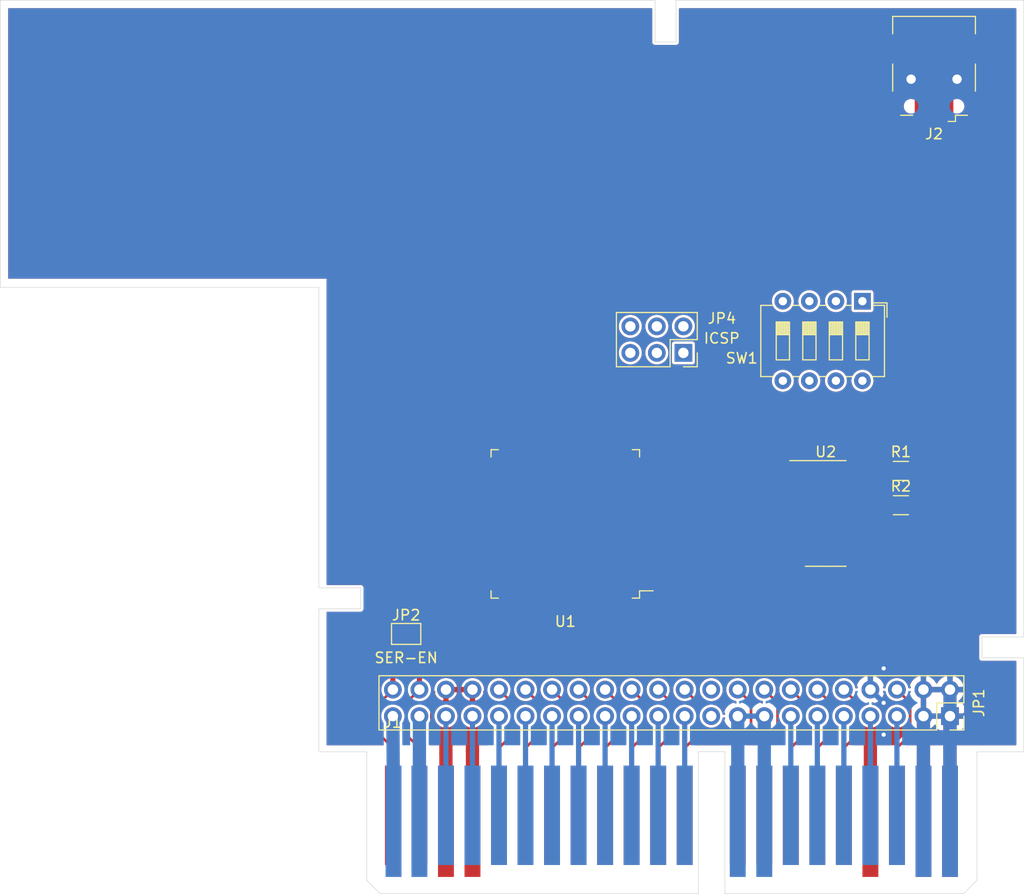
<source format=kicad_pcb>
(kicad_pcb (version 20171130) (host pcbnew "(5.1.10-1-10_14)")
  (layers (0 F.Cu signal) (31 B.Cu signal) (34 B.Paste user) (35 F.Paste user) (36 B.SilkS user) (37 F.SilkS user) (38 B.Mask user) (39 F.Mask user) (44 Edge.Cuts user))
  (net 0 "")
  (net 1 "Net-(J2-Pad4)")
  (net 2 "Net-(J2-Pad3)")
  (net 3 "Net-(J2-Pad2)")
  (net 4 "Net-(J2-Pad1)")
  (net 5 "Net-(U1-Pad100)")
  (net 6 "Net-(U1-Pad98)")
  (net 7 "Net-(U1-Pad10)")
  (net 8 "Net-(U1-Pad79)")
  (net 9 "Net-(U1-Pad78)")
  (net 10 "Net-(U1-Pad77)")
  (net 11 "Net-(U1-Pad76)")
  (net 12 "Net-(U1-Pad75)")
  (net 13 "Net-(U1-Pad74)")
  (net 14 "Net-(U1-Pad73)")
  (net 15 "Net-(U1-Pad72)")
  (net 16 "Net-(U1-Pad71)")
  (net 17 "Net-(U1-Pad70)")
  (net 18 "Net-(U1-Pad69)")
  (net 19 "Net-(U1-Pad68)")
  (net 20 "Net-(U1-Pad67)")
  (net 21 "Net-(U1-Pad66)")
  (net 22 "Net-(U1-Pad65)")
  (net 23 "Net-(U1-Pad64)")
  (net 24 "Net-(U1-Pad63)")
  (net 25 "Net-(U1-Pad60)")
  (net 26 "Net-(U1-Pad59)")
  (net 27 "Net-(U1-Pad58)")
  (net 28 "Net-(U1-Pad57)")
  (net 29 "Net-(U1-Pad56)")
  (net 30 "Net-(U1-Pad55)")
  (net 31 "Net-(U1-Pad54)")
  (net 32 "Net-(U1-Pad53)")
  (net 33 "Net-(U1-Pad52)")
  (net 34 "Net-(U1-Pad51)")
  (net 35 "Net-(U1-Pad50)")
  (net 36 "Net-(U1-Pad49)")
  (net 37 "Net-(U1-Pad48)")
  (net 38 "Net-(U1-Pad47)")
  (net 39 "Net-(U1-Pad46)")
  (net 40 "Net-(U1-Pad45)")
  (net 41 "Net-(U1-Pad44)")
  (net 42 "Net-(U1-Pad43)")
  (net 43 "Net-(U1-Pad42)")
  (net 44 "Net-(U1-Pad41)")
  (net 45 "Net-(U1-Pad40)")
  (net 46 "Net-(U1-Pad39)")
  (net 47 "Net-(U1-Pad38)")
  (net 48 "Net-(U1-Pad37)")
  (net 49 "Net-(U1-Pad36)")
  (net 50 "Net-(U1-Pad35)")
  (net 51 "Net-(U1-Pad34)")
  (net 52 "Net-(U1-Pad33)")
  (net 53 "Net-(U1-Pad30)")
  (net 54 "Net-(U1-Pad29)")
  (net 55 "Net-(U1-Pad28)")
  (net 56 "Net-(U1-Pad27)")
  (net 57 "Net-(U1-Pad26)")
  (net 58 "Net-(U1-Pad25)")
  (net 59 "Net-(U1-Pad24)")
  (net 60 "Net-(U1-Pad23)")
  (net 61 "Net-(U1-Pad22)")
  (net 62 "Net-(U1-Pad21)")
  (net 63 "Net-(U1-Pad20)")
  (net 64 "Net-(U1-Pad19)")
  (net 65 "Net-(U1-Pad18)")
  (net 66 "Net-(U1-Pad17)")
  (net 67 "Net-(U1-Pad16)")
  (net 68 "Net-(U1-Pad15)")
  (net 69 "Net-(U1-Pad14)")
  (net 70 "Net-(U1-Pad13)")
  (net 71 "Net-(U1-Pad12)")
  (net 72 "Net-(U1-Pad9)")
  (net 73 "Net-(U1-Pad8)")
  (net 74 "Net-(U1-Pad7)")
  (net 75 "Net-(U1-Pad6)")
  (net 76 "Net-(U1-Pad5)")
  (net 77 "Net-(U1-Pad4)")
  (net 78 "Net-(U1-Pad3)")
  (net 79 "Net-(U1-Pad2)")
  (net 80 "Net-(U1-Pad1)")
  (net 81 SEN-1)
  (net 82 SEN-2)
  (net 83 +5V)
  (net 84 OUTPUT-0)
  (net 85 OUTPUT-1)
  (net 86 OUTPUT-2)
  (net 87 OUTPUT-3)
  (net 88 OUTPUT-4)
  (net 89 OUTPUT-5)
  (net 90 OUTPUT-6)
  (net 91 OUTPUT-7)
  (net 92 GND)
  (net 93 INPUT-7)
  (net 94 INPUT-6)
  (net 95 INPUT-5)
  (net 96 INPUT-4)
  (net 97 INPUT-3)
  (net 98 INPUT-2)
  (net 99 INPUT-1)
  (net 100 INPUT-0)
  (net 101 TX0)
  (net 102 RX0)
  (net 103 ~DSR)
  (net 104 "Net-(JP4-Pad6)")
  (net 105 "Net-(JP4-Pad5)")
  (net 106 "Net-(JP4-Pad4)")
  (net 107 "Net-(JP4-Pad3)")
  (net 108 "Net-(JP4-Pad2)")
  (net 109 "Net-(JP4-Pad1)")
  (net 110 "Net-(SW1-Pad8)")
  (net 111 "Net-(SW1-Pad4)")
  (net 112 "Net-(SW1-Pad7)")
  (net 113 "Net-(SW1-Pad3)")
  (net 114 "Net-(SW1-Pad6)")
  (net 115 "Net-(SW1-Pad2)")
  (net 116 "Net-(SW1-Pad5)")
  (net 117 "Net-(SW1-Pad1)")
  (net 118 "Net-(JP1-Pad20)")
  (net 119 "Net-(JP1-Pad19)")
  (net 120 CART-12)
  (net 121 CART-7)
  (net 122 CART-31)
  (net 123 CART-30)
  (net 124 CART-29)
  (net 125 CART-28)
  (net 126 CART-27)
  (net 127 CART-25)
  (net 128 CART-11)
  (net 129 CART-4)
  (net 130 "Net-(R1-Pad1)")
  (net 131 "Net-(R2-Pad1)")
  (net 132 "Net-(U2-Pad15)")
  (net 133 "Net-(U2-Pad14)")
  (net 134 "Net-(U2-Pad13)")
  (net 135 "Net-(U2-Pad12)")
  (net 136 "Net-(U2-Pad11)")
  (net 137 "Net-(U2-Pad10)")
  (net 138 "Net-(U2-Pad9)")
  (net 139 "Net-(U2-Pad8)")
  (net 140 "Net-(U2-Pad7)")
  (net 141 "Net-(U2-Pad4)")
  (module "573-Cart.pretty:Konami logo" (layer F.Cu) (at 153.035 85.09)
    (fp_text reference REF** hide)
    (fp_text value "Konami logo" hide)
    (fp_circle (center -5.334 -0.127) (end -3.937 -0.127) (layer F.Cu) (width 0.12))
    (fp_poly (pts (xy -9.144 1.651) (xy -10.033 1.651) (xy -10.033 -1.905) (xy -9.144 -1.905)) (layer F.Cu) (width 0.1))
    (fp_poly (pts (xy -8.128 -0.127) (xy -6.985 1.651) (xy -8.001 1.651) (xy -9.144 -0.127) (xy -8.001 -1.905) (xy -6.985 -1.905)) (layer F.Cu) (width 0.1))
    (fp_poly (pts (xy -2.286 1.651) (xy -3.175 1.651) (xy -3.175 -1.905) (xy -2.286 -1.905)) (layer F.Cu) (width 0.1))
    (fp_poly (pts (xy -0.254 1.651) (xy -1.143 1.651) (xy -1.143 -1.905) (xy -0.254 -1.905)) (layer F.Cu) (width 0.1))
    (fp_poly (pts (xy -0.254 1.651) (xy -1.143 1.651) (xy -3.048 -1.905) (xy -2.159 -1.905)) (layer F.Cu) (width 0.1))
    (fp_poly (pts (xy 5.08 1.651) (xy 4.191 1.651) (xy 4.191 -1.905) (xy 5.08 -1.905)) (layer F.Cu) (width 0.1))
    (fp_poly (pts (xy 7.874 1.651) (xy 6.985 1.651) (xy 6.985 -1.905) (xy 7.874 -1.905)) (layer F.Cu) (width 0.1))
    (fp_poly (pts (xy 6.985 -0.762) (xy 6.477 1.651) (xy 5.588 1.651) (xy 6.604 -1.905) (xy 6.985 -1.905)) (layer F.Cu) (width 0.1))
    (fp_poly (pts (xy 6.477 1.651) (xy 5.588 1.651) (xy 5.08 -0.762) (xy 5.08 -1.905) (xy 5.461 -1.905)) (layer F.Cu) (width 0.1))
    (fp_poly (pts (xy 3.81 1.651) (xy 2.921 1.651) (xy 1.524 -1.905) (xy 2.413 -1.905)) (layer F.Cu) (width 0.1))
    (fp_poly (pts (xy 1.016 1.651) (xy 0.127 1.651) (xy 1.524 -1.905) (xy 2.413 -1.905)) (layer F.Cu) (width 0.1))
    (fp_poly (pts (xy 3.175 0.889) (xy 0.762 0.889) (xy 0.762 0.254) (xy 3.175 0.254)) (layer F.Cu) (width 0.1))
    (fp_poly (pts (xy 9.271 1.651) (xy 8.382 1.651) (xy 8.382 -1.905) (xy 9.271 -1.905)) (layer F.Cu) (width 0.1))
    (fp_circle (center -5.334 -0.127) (end -3.556 -0.127) (layer F.Cu) (width 0.12))
    (fp_circle (center -5.334 -0.127) (end -3.614803 -0.127) (layer F.Cu) (width 0.12))
    (fp_circle (center -5.334 -0.127) (end -3.681779 -0.127) (layer F.Cu) (width 0.12))
    (fp_circle (center -5.334 -0.127) (end -3.7465 -0.127) (layer F.Cu) (width 0.12))
    (fp_circle (center -5.334 -0.127) (end -3.808678 -0.127) (layer F.Cu) (width 0.12))
    (fp_circle (center -5.334 -0.127) (end -3.87212 -0.127) (layer F.Cu) (width 0.12))
    (fp_circle (center -5.334 -0.127) (end -3.994466 -0.127) (layer F.Cu) (width 0.12))
    (fp_circle (center -5.334 -0.127) (end -4.057666 -0.127) (layer F.Cu) (width 0.12))
    (fp_circle (center -5.334 -0.127) (end -4.1275 -0.127) (layer F.Cu) (width 0.12))
    (fp_circle (center -5.334 -0.127) (end -4.191 -0.127) (layer F.Cu) (width 0.12))
    (fp_circle (center -5.334 -0.127) (end -4.252634 -0.127) (layer F.Cu) (width 0.12))
    (fp_circle (center -5.334 -0.127) (end -4.318 -0.127) (layer F.Cu) (width 0.12))
  )
  (module Package_SO:SOIC-16_3.9x9.9mm_P1.27mm (layer F.Cu) (at 171.235 119.015)
    (fp_text reference U2 (at 0 -5.9) (layer F.SilkS))
    (fp_text value CH340C)
    (pad 16 smd roundrect (at 2.475 -4.445) (size 1.95 0.6) (layers F.Cu F.Paste F.Mask) (net 83 +5V))
    (pad 15 smd roundrect (at 2.475 -3.175) (size 1.95 0.6) (layers F.Cu F.Paste F.Mask) (net 132 "Net-(U2-Pad15)"))
    (pad 14 smd roundrect (at 2.475 -1.905) (size 1.95 0.6) (layers F.Cu F.Paste F.Mask) (net 133 "Net-(U2-Pad14)"))
    (pad 13 smd roundrect (at 2.475 -0.635) (size 1.95 0.6) (layers F.Cu F.Paste F.Mask) (net 134 "Net-(U2-Pad13)"))
    (pad 12 smd roundrect (at 2.475 0.635) (size 1.95 0.6) (layers F.Cu F.Paste F.Mask) (net 135 "Net-(U2-Pad12)"))
    (pad 11 smd roundrect (at 2.475 1.905) (size 1.95 0.6) (layers F.Cu F.Paste F.Mask) (net 136 "Net-(U2-Pad11)"))
    (pad 10 smd roundrect (at 2.475 3.175) (size 1.95 0.6) (layers F.Cu F.Paste F.Mask) (net 137 "Net-(U2-Pad10)"))
    (pad 9 smd roundrect (at 2.475 4.445) (size 1.95 0.6) (layers F.Cu F.Paste F.Mask) (net 138 "Net-(U2-Pad9)"))
    (pad 8 smd roundrect (at -2.475 4.445) (size 1.95 0.6) (layers F.Cu F.Paste F.Mask) (net 139 "Net-(U2-Pad8)"))
    (pad 7 smd roundrect (at -2.475 3.175) (size 1.95 0.6) (layers F.Cu F.Paste F.Mask) (net 140 "Net-(U2-Pad7)"))
    (pad 6 smd roundrect (at -2.475 1.905) (size 1.95 0.6) (layers F.Cu F.Paste F.Mask) (net 131 "Net-(R2-Pad1)"))
    (pad 5 smd roundrect (at -2.475 0.635) (size 1.95 0.6) (layers F.Cu F.Paste F.Mask) (net 130 "Net-(R1-Pad1)"))
    (pad 4 smd roundrect (at -2.475 -0.635) (size 1.95 0.6) (layers F.Cu F.Paste F.Mask) (net 141 "Net-(U2-Pad4)"))
    (pad 3 smd roundrect (at -2.475 -1.905) (size 1.95 0.6) (layers F.Cu F.Paste F.Mask) (net 102 RX0))
    (pad 2 smd roundrect (at -2.475 -3.175) (size 1.95 0.6) (layers F.Cu F.Paste F.Mask) (net 101 TX0))
    (pad 1 smd roundrect (at -2.475 -4.445) (size 1.95 0.6) (layers F.Cu F.Paste F.Mask) (net 92 GND))
  )
  (module Resistor_SMD:R_1206_3216Metric_Pad1.30x1.75mm_HandSolder (layer F.Cu) (at 178.435 118.225)
    (fp_text reference R2 (at 0 -1.82) (layer F.SilkS))
    (fp_text value 22)
    (pad 2 smd roundrect (at 1.55 0) (size 1.3 1.75) (layers F.Cu F.Paste F.Mask) (roundrect_rratio 0.192308) (net 3 "Net-(J2-Pad2)"))
    (pad 1 smd roundrect (at -1.55 0) (size 1.3 1.75) (layers F.Cu F.Paste F.Mask) (roundrect_rratio 0.192308) (net 131 "Net-(R2-Pad1)"))
  )
  (module Resistor_SMD:R_1206_3216Metric_Pad1.30x1.75mm_HandSolder (layer F.Cu) (at 178.435 114.935)
    (fp_text reference R1 (at 0 -1.82) (layer F.SilkS))
    (fp_text value 22)
    (pad 2 smd roundrect (at 1.55 0) (size 1.3 1.75) (layers F.Cu F.Paste F.Mask) (roundrect_rratio 0.192308) (net 2 "Net-(J2-Pad3)"))
    (pad 1 smd roundrect (at -1.55 0) (size 1.3 1.75) (layers F.Cu F.Paste F.Mask) (roundrect_rratio 0.192308) (net 130 "Net-(R1-Pad1)"))
  )
  (module Connector_PinSocket_2.54mm:PinSocket_2x22_P2.54mm_Vertical (layer F.Cu) (at 183.134 138.43 270)
    (fp_text reference JP1 (at -1.27 -2.77 90) (layer F.SilkS))
    (fp_text value "Cart Pins")
    (pad 44 thru_hole oval (at -2.54 53.34 270) (size 1.7 1.7) (drill 1) (layers *.Cu *.Mask) (net 81 SEN-1))
    (pad 43 thru_hole oval (at 0 53.34 270) (size 1.7 1.7) (drill 1) (layers *.Cu *.Mask) (net 83 +5V))
    (pad 42 thru_hole oval (at -2.54 50.8 270) (size 1.7 1.7) (drill 1) (layers *.Cu *.Mask) (net 82 SEN-2))
    (pad 41 thru_hole oval (at 0 50.8 270) (size 1.7 1.7) (drill 1) (layers *.Cu *.Mask) (net 83 +5V))
    (pad 40 thru_hole oval (at -2.54 48.26 270) (size 1.7 1.7) (drill 1) (layers *.Cu *.Mask) (net 83 +5V))
    (pad 39 thru_hole oval (at 0 48.26 270) (size 1.7 1.7) (drill 1) (layers *.Cu *.Mask) (net 93 INPUT-7))
    (pad 38 thru_hole oval (at -2.54 45.72 270) (size 1.7 1.7) (drill 1) (layers *.Cu *.Mask) (net 83 +5V))
    (pad 37 thru_hole oval (at 0 45.72 270) (size 1.7 1.7) (drill 1) (layers *.Cu *.Mask) (net 94 INPUT-6))
    (pad 36 thru_hole oval (at -2.54 43.18 270) (size 1.7 1.7) (drill 1) (layers *.Cu *.Mask) (net 84 OUTPUT-0))
    (pad 35 thru_hole oval (at 0 43.18 270) (size 1.7 1.7) (drill 1) (layers *.Cu *.Mask) (net 95 INPUT-5))
    (pad 34 thru_hole oval (at -2.54 40.64 270) (size 1.7 1.7) (drill 1) (layers *.Cu *.Mask) (net 85 OUTPUT-1))
    (pad 33 thru_hole oval (at 0 40.64 270) (size 1.7 1.7) (drill 1) (layers *.Cu *.Mask) (net 96 INPUT-4))
    (pad 32 thru_hole oval (at -2.54 38.1 270) (size 1.7 1.7) (drill 1) (layers *.Cu *.Mask) (net 86 OUTPUT-2))
    (pad 31 thru_hole oval (at 0 38.1 270) (size 1.7 1.7) (drill 1) (layers *.Cu *.Mask) (net 97 INPUT-3))
    (pad 30 thru_hole oval (at -2.54 35.56 270) (size 1.7 1.7) (drill 1) (layers *.Cu *.Mask) (net 87 OUTPUT-3))
    (pad 29 thru_hole oval (at 0 35.56 270) (size 1.7 1.7) (drill 1) (layers *.Cu *.Mask) (net 98 INPUT-2))
    (pad 28 thru_hole oval (at -2.54 33.02 270) (size 1.7 1.7) (drill 1) (layers *.Cu *.Mask) (net 88 OUTPUT-4))
    (pad 27 thru_hole oval (at 0 33.02 270) (size 1.7 1.7) (drill 1) (layers *.Cu *.Mask) (net 99 INPUT-1))
    (pad 26 thru_hole oval (at -2.54 30.48 270) (size 1.7 1.7) (drill 1) (layers *.Cu *.Mask) (net 89 OUTPUT-5))
    (pad 25 thru_hole oval (at 0 30.48 270) (size 1.7 1.7) (drill 1) (layers *.Cu *.Mask) (net 100 INPUT-0))
    (pad 24 thru_hole oval (at -2.54 27.94 270) (size 1.7 1.7) (drill 1) (layers *.Cu *.Mask) (net 90 OUTPUT-6))
    (pad 23 thru_hole oval (at 0 27.94 270) (size 1.7 1.7) (drill 1) (layers *.Cu *.Mask) (net 120 CART-12))
    (pad 22 thru_hole oval (at -2.54 25.4 270) (size 1.7 1.7) (drill 1) (layers *.Cu *.Mask) (net 91 OUTPUT-7))
    (pad 21 thru_hole oval (at 0 25.4 270) (size 1.7 1.7) (drill 1) (layers *.Cu *.Mask) (net 128 CART-11))
    (pad 20 thru_hole oval (at -2.54 22.86 270) (size 1.7 1.7) (drill 1) (layers *.Cu *.Mask) (net 118 "Net-(JP1-Pad20)"))
    (pad 19 thru_hole oval (at 0 22.86 270) (size 1.7 1.7) (drill 1) (layers *.Cu *.Mask) (net 119 "Net-(JP1-Pad19)"))
    (pad 18 thru_hole oval (at -2.54 20.32 270) (size 1.7 1.7) (drill 1) (layers *.Cu *.Mask) (net 122 CART-31))
    (pad 17 thru_hole oval (at 0 20.32 270) (size 1.7 1.7) (drill 1) (layers *.Cu *.Mask) (net 92 GND))
    (pad 16 thru_hole oval (at -2.54 17.78 270) (size 1.7 1.7) (drill 1) (layers *.Cu *.Mask) (net 123 CART-30))
    (pad 15 thru_hole oval (at 0 17.78 270) (size 1.7 1.7) (drill 1) (layers *.Cu *.Mask) (net 92 GND))
    (pad 14 thru_hole oval (at -2.54 15.24 270) (size 1.7 1.7) (drill 1) (layers *.Cu *.Mask) (net 124 CART-29))
    (pad 13 thru_hole oval (at 0 15.24 270) (size 1.7 1.7) (drill 1) (layers *.Cu *.Mask) (net 121 CART-7))
    (pad 12 thru_hole oval (at -2.54 12.7 270) (size 1.7 1.7) (drill 1) (layers *.Cu *.Mask) (net 125 CART-28))
    (pad 11 thru_hole oval (at 0 12.7 270) (size 1.7 1.7) (drill 1) (layers *.Cu *.Mask) (net 101 TX0))
    (pad 10 thru_hole oval (at -2.54 10.16 270) (size 1.7 1.7) (drill 1) (layers *.Cu *.Mask) (net 126 CART-27))
    (pad 9 thru_hole oval (at 0 10.16 270) (size 1.7 1.7) (drill 1) (layers *.Cu *.Mask) (net 102 RX0))
    (pad 8 thru_hole oval (at -2.54 7.62 270) (size 1.7 1.7) (drill 1) (layers *.Cu *.Mask) (net 92 GND))
    (pad 7 thru_hole oval (at 0 7.62 270) (size 1.7 1.7) (drill 1) (layers *.Cu *.Mask) (net 129 CART-4))
    (pad 6 thru_hole oval (at -2.54 5.08 270) (size 1.7 1.7) (drill 1) (layers *.Cu *.Mask) (net 127 CART-25))
    (pad 5 thru_hole oval (at 0 5.08 270) (size 1.7 1.7) (drill 1) (layers *.Cu *.Mask) (net 103 ~DSR))
    (pad 4 thru_hole oval (at -2.54 2.54 270) (size 1.7 1.7) (drill 1) (layers *.Cu *.Mask) (net 92 GND))
    (pad 3 thru_hole oval (at 0 2.54 270) (size 1.7 1.7) (drill 1) (layers *.Cu *.Mask) (net 92 GND))
    (pad 2 thru_hole oval (at -2.54 0 270) (size 1.7 1.7) (drill 1) (layers *.Cu *.Mask) (net 92 GND))
    (pad 1 thru_hole rect (at 0 0 270) (size 1.7 1.7) (drill 1) (layers *.Cu *.Mask) (net 92 GND))
  )
  (module 573-Cart.pretty:Security_Cart (layer F.Cu) (at 156.464 147.9295)
    (fp_text reference J1 (at -26.67 -8.89) (layer F.SilkS))
    (fp_text value "Security Cart Edge")
    (pad 44 connect rect (at -26.67 0 90) (size 9.525 1.524) (layers F.Cu F.Mask) (net 81 SEN-1))
    (pad 43 connect rect (at -24.13 0 90) (size 9.525 1.524) (layers F.Cu F.Mask) (net 82 SEN-2))
    (pad 42 connect rect (at -21.59 0.5715 90) (size 10.668 1.524) (layers F.Cu F.Mask) (net 83 +5V))
    (pad 41 connect rect (at -19.05 0.5715 90) (size 10.668 1.524) (layers F.Cu F.Mask) (net 83 +5V))
    (pad 40 connect rect (at -16.51 0 90) (size 9.525 1.524) (layers F.Cu F.Mask) (net 84 OUTPUT-0))
    (pad 39 connect rect (at -13.97 0 90) (size 9.525 1.524) (layers F.Cu F.Mask) (net 85 OUTPUT-1))
    (pad 38 connect rect (at -11.43 0 90) (size 9.525 1.524) (layers F.Cu F.Mask) (net 86 OUTPUT-2))
    (pad 37 connect rect (at -8.89 0 90) (size 9.525 1.524) (layers F.Cu F.Mask) (net 87 OUTPUT-3))
    (pad 36 connect rect (at -6.35 0 90) (size 9.525 1.524) (layers F.Cu F.Mask) (net 88 OUTPUT-4))
    (pad 35 connect rect (at -3.81 0 90) (size 9.525 1.524) (layers F.Cu F.Mask) (net 89 OUTPUT-5))
    (pad 34 connect rect (at -1.27 0 90) (size 9.525 1.524) (layers F.Cu F.Mask) (net 90 OUTPUT-6))
    (pad 33 connect rect (at 1.27 0 90) (size 9.525 1.524) (layers F.Cu F.Mask) (net 91 OUTPUT-7))
    (pad 31 connect rect (at 6.35 0 90) (size 9.525 1.524) (layers F.Cu F.Mask) (net 122 CART-31))
    (pad 30 connect rect (at 8.89 0 90) (size 9.525 1.524) (layers F.Cu F.Mask) (net 123 CART-30))
    (pad 29 connect rect (at 11.43 0 90) (size 9.525 1.524) (layers F.Cu F.Mask) (net 124 CART-29))
    (pad 28 connect rect (at 13.97 0 90) (size 9.525 1.524) (layers F.Cu F.Mask) (net 125 CART-28))
    (pad 27 connect rect (at 16.51 0 90) (size 9.525 1.524) (layers F.Cu F.Mask) (net 126 CART-27))
    (pad 26 connect rect (at 19.05 0.5715 90) (size 10.668 1.524) (layers F.Cu F.Mask) (net 92 GND))
    (pad 25 connect rect (at 21.59 0 90) (size 9.525 1.524) (layers F.Cu F.Mask) (net 127 CART-25))
    (pad 24 connect rect (at 24.13 0.5715 90) (size 10.668 1.524) (layers F.Cu F.Mask) (net 92 GND))
    (pad 23 connect rect (at 26.67 0.5715 90) (size 10.668 1.524) (layers F.Cu F.Mask) (net 92 GND))
    (pad 22 connect rect (at -26.6065 0.5715 270) (size 10.668 1.524) (layers B.Cu F.Mask) (net 83 +5V))
    (pad 21 connect rect (at -24.13 0.5715 270) (size 10.668 1.524) (layers B.Cu F.Mask) (net 83 +5V))
    (pad 20 connect rect (at -21.59 0 270) (size 9.525 1.524) (layers B.Cu F.Mask) (net 93 INPUT-7))
    (pad 19 connect rect (at -19.05 0 270) (size 9.525 1.524) (layers B.Cu F.Mask) (net 94 INPUT-6))
    (pad 18 connect rect (at -16.51 0 270) (size 9.525 1.524) (layers B.Cu F.Mask) (net 95 INPUT-5))
    (pad 17 connect rect (at -13.97 0 270) (size 9.525 1.524) (layers B.Cu F.Mask) (net 96 INPUT-4))
    (pad 16 connect rect (at -11.43 0 270) (size 9.525 1.524) (layers B.Cu F.Mask) (net 97 INPUT-3))
    (pad 15 connect rect (at -8.89 0 270) (size 9.525 1.524) (layers B.Cu F.Mask) (net 98 INPUT-2))
    (pad 14 connect rect (at -6.35 0 270) (size 9.525 1.524) (layers B.Cu F.Mask) (net 99 INPUT-1))
    (pad 13 connect rect (at -3.81 0 270) (size 9.525 1.524) (layers B.Cu F.Mask) (net 100 INPUT-0))
    (pad 12 connect rect (at -1.27 0 270) (size 9.525 1.524) (layers B.Cu F.Mask) (net 120 CART-12))
    (pad 11 connect rect (at 1.27 0 270) (size 9.525 1.524) (layers B.Cu F.Mask) (net 128 CART-11))
    (pad 9 connect rect (at 6.35 0.5715 270) (size 10.668 1.524) (layers B.Cu F.Mask) (net 92 GND))
    (pad 8 connect rect (at 8.89 0.5715 270) (size 10.668 1.524) (layers B.Cu F.Mask) (net 92 GND))
    (pad 7 connect rect (at 11.43 0 270) (size 9.525 1.524) (layers B.Cu F.Mask) (net 121 CART-7))
    (pad 6 connect rect (at 13.97 0 270) (size 9.525 1.524) (layers B.Cu F.Mask) (net 101 TX0))
    (pad 5 connect rect (at 16.51 0 270) (size 9.525 1.524) (layers B.Cu F.Mask) (net 102 RX0))
    (pad 2 connect rect (at 24.13 0.5715 270) (size 10.668 1.524) (layers B.Cu F.Mask) (net 92 GND))
    (pad 1 connect rect (at 26.67 0.5715 270) (size 10.668 1.524) (layers B.Cu F.Mask) (net 92 GND))
    (pad 4 connect rect (at 19.05 0 270) (size 9.525 1.524) (layers B.Cu F.Mask) (net 129 CART-4))
    (pad 3 connect rect (at 21.59 0 270) (size 9.525 1.524) (layers B.Cu F.Mask) (net 103 ~DSR))
  )
  (module Button_Switch_THT:SW_DIP_SPSTx04_Slide_6.7x11.72mm_W7.62mm_P2.54mm_LowProfile (layer F.Cu) (at 174.752 98.679 270)
    (fp_text reference SW1 (at 5.461 11.557 180) (layer F.SilkS))
    (fp_text value SW_DIP_x04)
    (pad 8 thru_hole oval (at 7.62 0 270) (size 1.6 1.6) (drill 0.8) (layers *.Cu *.Mask) (net 110 "Net-(SW1-Pad8)"))
    (pad 4 thru_hole oval (at 0 7.62 270) (size 1.6 1.6) (drill 0.8) (layers *.Cu *.Mask) (net 111 "Net-(SW1-Pad4)"))
    (pad 7 thru_hole oval (at 7.62 2.54 270) (size 1.6 1.6) (drill 0.8) (layers *.Cu *.Mask) (net 112 "Net-(SW1-Pad7)"))
    (pad 3 thru_hole oval (at 0 5.08 270) (size 1.6 1.6) (drill 0.8) (layers *.Cu *.Mask) (net 113 "Net-(SW1-Pad3)"))
    (pad 6 thru_hole oval (at 7.62 5.08 270) (size 1.6 1.6) (drill 0.8) (layers *.Cu *.Mask) (net 114 "Net-(SW1-Pad6)"))
    (pad 2 thru_hole oval (at 0 2.54 270) (size 1.6 1.6) (drill 0.8) (layers *.Cu *.Mask) (net 115 "Net-(SW1-Pad2)"))
    (pad 5 thru_hole oval (at 7.62 7.62 270) (size 1.6 1.6) (drill 0.8) (layers *.Cu *.Mask) (net 116 "Net-(SW1-Pad5)"))
    (pad 1 thru_hole rect (at 0 0 270) (size 1.6 1.6) (drill 0.8) (layers *.Cu *.Mask) (net 117 "Net-(SW1-Pad1)"))
  )
  (module Connector_PinSocket_2.54mm:PinSocket_2x03_P2.54mm_Vertical (layer F.Cu) (at 157.607 103.632 270)
    (fp_text reference JP4 (at -3.302 -3.683 180) (layer F.SilkS))
    (fp_text value ATMEGA-ICSP)
    (pad 6 thru_hole oval (at -2.54 5.08 270) (size 1.7 1.7) (drill 1) (layers *.Cu *.Mask) (net 104 "Net-(JP4-Pad6)"))
    (pad 5 thru_hole oval (at 0 5.08 270) (size 1.7 1.7) (drill 1) (layers *.Cu *.Mask) (net 105 "Net-(JP4-Pad5)"))
    (pad 4 thru_hole oval (at -2.54 2.54 270) (size 1.7 1.7) (drill 1) (layers *.Cu *.Mask) (net 106 "Net-(JP4-Pad4)"))
    (pad 3 thru_hole oval (at 0 2.54 270) (size 1.7 1.7) (drill 1) (layers *.Cu *.Mask) (net 107 "Net-(JP4-Pad3)"))
    (pad 2 thru_hole oval (at -2.54 0 270) (size 1.7 1.7) (drill 1) (layers *.Cu *.Mask) (net 108 "Net-(JP4-Pad2)"))
    (pad 1 thru_hole rect (at 0 0 270) (size 1.7 1.7) (drill 1) (layers *.Cu *.Mask) (net 109 "Net-(JP4-Pad1)"))
  )
  (module Jumper:SolderJumper-2_P1.3mm_Open_Pad1.0x1.5mm (layer F.Cu) (at 131.064 130.556)
    (fp_text reference JP2 (at 0 -1.8) (layer F.SilkS))
    (fp_text value S-EN)
    (pad 1 smd rect (at -0.65 0) (size 1 1.5) (layers F.Cu F.Mask) (net 81 SEN-1))
    (pad 2 smd rect (at 0.65 0) (size 1 1.5) (layers F.Cu F.Mask) (net 82 SEN-2))
  )
  (module Package_QFP:TQFP-100_14x14mm_P0.5mm (layer F.Cu) (at 146.304 120.015 180)
    (fp_text reference U1 (at 0 -9.35) (layer F.SilkS))
    (fp_text value ATmega2560-16AU)
    (pad 100 smd roundrect (at -6 -7.6625 180) (size 0.3 1.475) (layers F.Cu F.Paste F.Mask) (net 5 "Net-(U1-Pad100)"))
    (pad 99 smd roundrect (at -5.5 -7.6625 180) (size 0.3 1.475) (layers F.Cu F.Paste F.Mask) (net 92 GND))
    (pad 98 smd roundrect (at -5 -7.6625 180) (size 0.3 1.475) (layers F.Cu F.Paste F.Mask) (net 6 "Net-(U1-Pad98)"))
    (pad 97 smd roundrect (at -4.5 -7.6625 180) (size 0.3 1.475) (layers F.Cu F.Paste F.Mask) (net 100 INPUT-0))
    (pad 96 smd roundrect (at -4 -7.6625 180) (size 0.3 1.475) (layers F.Cu F.Paste F.Mask) (net 99 INPUT-1))
    (pad 95 smd roundrect (at -3.5 -7.6625 180) (size 0.3 1.475) (layers F.Cu F.Paste F.Mask) (net 98 INPUT-2))
    (pad 94 smd roundrect (at -3 -7.6625 180) (size 0.3 1.475) (layers F.Cu F.Paste F.Mask) (net 97 INPUT-3))
    (pad 93 smd roundrect (at -2.5 -7.6625 180) (size 0.3 1.475) (layers F.Cu F.Paste F.Mask) (net 96 INPUT-4))
    (pad 92 smd roundrect (at -2 -7.6625 180) (size 0.3 1.475) (layers F.Cu F.Paste F.Mask) (net 95 INPUT-5))
    (pad 91 smd roundrect (at -1.5 -7.6625 180) (size 0.3 1.475) (layers F.Cu F.Paste F.Mask) (net 94 INPUT-6))
    (pad 90 smd roundrect (at -1 -7.6625 180) (size 0.3 1.475) (layers F.Cu F.Paste F.Mask) (net 93 INPUT-7))
    (pad 89 smd roundrect (at -0.5 -7.6625 180) (size 0.3 1.475) (layers F.Cu F.Paste F.Mask) (net 84 OUTPUT-0))
    (pad 88 smd roundrect (at 0 -7.6625 180) (size 0.3 1.475) (layers F.Cu F.Paste F.Mask) (net 85 OUTPUT-1))
    (pad 87 smd roundrect (at 0.5 -7.6625 180) (size 0.3 1.475) (layers F.Cu F.Paste F.Mask) (net 86 OUTPUT-2))
    (pad 86 smd roundrect (at 1 -7.6625 180) (size 0.3 1.475) (layers F.Cu F.Paste F.Mask) (net 87 OUTPUT-3))
    (pad 85 smd roundrect (at 1.5 -7.6625 180) (size 0.3 1.475) (layers F.Cu F.Paste F.Mask) (net 88 OUTPUT-4))
    (pad 84 smd roundrect (at 2 -7.6625 180) (size 0.3 1.475) (layers F.Cu F.Paste F.Mask) (net 89 OUTPUT-5))
    (pad 83 smd roundrect (at 2.5 -7.6625 180) (size 0.3 1.475) (layers F.Cu F.Paste F.Mask) (net 90 OUTPUT-6))
    (pad 82 smd roundrect (at 3 -7.6625 180) (size 0.3 1.475) (layers F.Cu F.Paste F.Mask) (net 91 OUTPUT-7))
    (pad 81 smd roundrect (at 3.5 -7.6625 180) (size 0.3 1.475) (layers F.Cu F.Paste F.Mask) (net 92 GND))
    (pad 80 smd roundrect (at 4 -7.6625 180) (size 0.3 1.475) (layers F.Cu F.Paste F.Mask) (net 7 "Net-(U1-Pad10)"))
    (pad 79 smd roundrect (at 4.5 -7.6625 180) (size 0.3 1.475) (layers F.Cu F.Paste F.Mask) (net 8 "Net-(U1-Pad79)"))
    (pad 78 smd roundrect (at 5 -7.6625 180) (size 0.3 1.475) (layers F.Cu F.Paste F.Mask) (net 9 "Net-(U1-Pad78)"))
    (pad 77 smd roundrect (at 5.5 -7.6625 180) (size 0.3 1.475) (layers F.Cu F.Paste F.Mask) (net 10 "Net-(U1-Pad77)"))
    (pad 76 smd roundrect (at 6 -7.6625 180) (size 0.3 1.475) (layers F.Cu F.Paste F.Mask) (net 11 "Net-(U1-Pad76)"))
    (pad 75 smd roundrect (at 7.6625 -6 180) (size 1.475 0.3) (layers F.Cu F.Paste F.Mask) (net 12 "Net-(U1-Pad75)"))
    (pad 74 smd roundrect (at 7.6625 -5.5 180) (size 1.475 0.3) (layers F.Cu F.Paste F.Mask) (net 13 "Net-(U1-Pad74)"))
    (pad 73 smd roundrect (at 7.6625 -5 180) (size 1.475 0.3) (layers F.Cu F.Paste F.Mask) (net 14 "Net-(U1-Pad73)"))
    (pad 72 smd roundrect (at 7.6625 -4.5 180) (size 1.475 0.3) (layers F.Cu F.Paste F.Mask) (net 15 "Net-(U1-Pad72)"))
    (pad 71 smd roundrect (at 7.6625 -4 180) (size 1.475 0.3) (layers F.Cu F.Paste F.Mask) (net 16 "Net-(U1-Pad71)"))
    (pad 70 smd roundrect (at 7.6625 -3.5 180) (size 1.475 0.3) (layers F.Cu F.Paste F.Mask) (net 17 "Net-(U1-Pad70)"))
    (pad 69 smd roundrect (at 7.6625 -3 180) (size 1.475 0.3) (layers F.Cu F.Paste F.Mask) (net 18 "Net-(U1-Pad69)"))
    (pad 68 smd roundrect (at 7.6625 -2.5 180) (size 1.475 0.3) (layers F.Cu F.Paste F.Mask) (net 19 "Net-(U1-Pad68)"))
    (pad 67 smd roundrect (at 7.6625 -2 180) (size 1.475 0.3) (layers F.Cu F.Paste F.Mask) (net 20 "Net-(U1-Pad67)"))
    (pad 66 smd roundrect (at 7.6625 -1.5 180) (size 1.475 0.3) (layers F.Cu F.Paste F.Mask) (net 21 "Net-(U1-Pad66)"))
    (pad 65 smd roundrect (at 7.6625 -1 180) (size 1.475 0.3) (layers F.Cu F.Paste F.Mask) (net 22 "Net-(U1-Pad65)"))
    (pad 64 smd roundrect (at 7.6625 -0.5 180) (size 1.475 0.3) (layers F.Cu F.Paste F.Mask) (net 23 "Net-(U1-Pad64)"))
    (pad 63 smd roundrect (at 7.6625 0 180) (size 1.475 0.3) (layers F.Cu F.Paste F.Mask) (net 24 "Net-(U1-Pad63)"))
    (pad 62 smd roundrect (at 7.6625 0.5 180) (size 1.475 0.3) (layers F.Cu F.Paste F.Mask) (net 92 GND))
    (pad 61 smd roundrect (at 7.6625 1 180) (size 1.475 0.3) (layers F.Cu F.Paste F.Mask) (net 7 "Net-(U1-Pad10)"))
    (pad 60 smd roundrect (at 7.6625 1.5 180) (size 1.475 0.3) (layers F.Cu F.Paste F.Mask) (net 25 "Net-(U1-Pad60)"))
    (pad 59 smd roundrect (at 7.6625 2 180) (size 1.475 0.3) (layers F.Cu F.Paste F.Mask) (net 26 "Net-(U1-Pad59)"))
    (pad 58 smd roundrect (at 7.6625 2.5 180) (size 1.475 0.3) (layers F.Cu F.Paste F.Mask) (net 27 "Net-(U1-Pad58)"))
    (pad 57 smd roundrect (at 7.6625 3 180) (size 1.475 0.3) (layers F.Cu F.Paste F.Mask) (net 28 "Net-(U1-Pad57)"))
    (pad 56 smd roundrect (at 7.6625 3.5 180) (size 1.475 0.3) (layers F.Cu F.Paste F.Mask) (net 29 "Net-(U1-Pad56)"))
    (pad 55 smd roundrect (at 7.6625 4 180) (size 1.475 0.3) (layers F.Cu F.Paste F.Mask) (net 30 "Net-(U1-Pad55)"))
    (pad 54 smd roundrect (at 7.6625 4.5 180) (size 1.475 0.3) (layers F.Cu F.Paste F.Mask) (net 31 "Net-(U1-Pad54)"))
    (pad 53 smd roundrect (at 7.6625 5 180) (size 1.475 0.3) (layers F.Cu F.Paste F.Mask) (net 32 "Net-(U1-Pad53)"))
    (pad 52 smd roundrect (at 7.6625 5.5 180) (size 1.475 0.3) (layers F.Cu F.Paste F.Mask) (net 33 "Net-(U1-Pad52)"))
    (pad 51 smd roundrect (at 7.6625 6 180) (size 1.475 0.3) (layers F.Cu F.Paste F.Mask) (net 34 "Net-(U1-Pad51)"))
    (pad 50 smd roundrect (at 6 7.6625 180) (size 0.3 1.475) (layers F.Cu F.Paste F.Mask) (net 35 "Net-(U1-Pad50)"))
    (pad 49 smd roundrect (at 5.5 7.6625 180) (size 0.3 1.475) (layers F.Cu F.Paste F.Mask) (net 36 "Net-(U1-Pad49)"))
    (pad 48 smd roundrect (at 5 7.6625 180) (size 0.3 1.475) (layers F.Cu F.Paste F.Mask) (net 37 "Net-(U1-Pad48)"))
    (pad 47 smd roundrect (at 4.5 7.6625 180) (size 0.3 1.475) (layers F.Cu F.Paste F.Mask) (net 38 "Net-(U1-Pad47)"))
    (pad 46 smd roundrect (at 4 7.6625 180) (size 0.3 1.475) (layers F.Cu F.Paste F.Mask) (net 39 "Net-(U1-Pad46)"))
    (pad 45 smd roundrect (at 3.5 7.6625 180) (size 0.3 1.475) (layers F.Cu F.Paste F.Mask) (net 40 "Net-(U1-Pad45)"))
    (pad 44 smd roundrect (at 3 7.6625 180) (size 0.3 1.475) (layers F.Cu F.Paste F.Mask) (net 41 "Net-(U1-Pad44)"))
    (pad 43 smd roundrect (at 2.5 7.6625 180) (size 0.3 1.475) (layers F.Cu F.Paste F.Mask) (net 42 "Net-(U1-Pad43)"))
    (pad 42 smd roundrect (at 2 7.6625 180) (size 0.3 1.475) (layers F.Cu F.Paste F.Mask) (net 43 "Net-(U1-Pad42)"))
    (pad 41 smd roundrect (at 1.5 7.6625 180) (size 0.3 1.475) (layers F.Cu F.Paste F.Mask) (net 44 "Net-(U1-Pad41)"))
    (pad 40 smd roundrect (at 1 7.6625 180) (size 0.3 1.475) (layers F.Cu F.Paste F.Mask) (net 45 "Net-(U1-Pad40)"))
    (pad 39 smd roundrect (at 0.5 7.6625 180) (size 0.3 1.475) (layers F.Cu F.Paste F.Mask) (net 46 "Net-(U1-Pad39)"))
    (pad 38 smd roundrect (at 0 7.6625 180) (size 0.3 1.475) (layers F.Cu F.Paste F.Mask) (net 47 "Net-(U1-Pad38)"))
    (pad 37 smd roundrect (at -0.5 7.6625 180) (size 0.3 1.475) (layers F.Cu F.Paste F.Mask) (net 48 "Net-(U1-Pad37)"))
    (pad 36 smd roundrect (at -1 7.6625 180) (size 0.3 1.475) (layers F.Cu F.Paste F.Mask) (net 49 "Net-(U1-Pad36)"))
    (pad 35 smd roundrect (at -1.5 7.6625 180) (size 0.3 1.475) (layers F.Cu F.Paste F.Mask) (net 50 "Net-(U1-Pad35)"))
    (pad 34 smd roundrect (at -2 7.6625 180) (size 0.3 1.475) (layers F.Cu F.Paste F.Mask) (net 51 "Net-(U1-Pad34)"))
    (pad 33 smd roundrect (at -2.5 7.6625 180) (size 0.3 1.475) (layers F.Cu F.Paste F.Mask) (net 52 "Net-(U1-Pad33)"))
    (pad 32 smd roundrect (at -3 7.6625 180) (size 0.3 1.475) (layers F.Cu F.Paste F.Mask) (net 92 GND))
    (pad 31 smd roundrect (at -3.5 7.6625 180) (size 0.3 1.475) (layers F.Cu F.Paste F.Mask) (net 7 "Net-(U1-Pad10)"))
    (pad 30 smd roundrect (at -4 7.6625 180) (size 0.3 1.475) (layers F.Cu F.Paste F.Mask) (net 53 "Net-(U1-Pad30)"))
    (pad 29 smd roundrect (at -4.5 7.6625 180) (size 0.3 1.475) (layers F.Cu F.Paste F.Mask) (net 54 "Net-(U1-Pad29)"))
    (pad 28 smd roundrect (at -5 7.6625 180) (size 0.3 1.475) (layers F.Cu F.Paste F.Mask) (net 55 "Net-(U1-Pad28)"))
    (pad 27 smd roundrect (at -5.5 7.6625 180) (size 0.3 1.475) (layers F.Cu F.Paste F.Mask) (net 56 "Net-(U1-Pad27)"))
    (pad 26 smd roundrect (at -6 7.6625 180) (size 0.3 1.475) (layers F.Cu F.Paste F.Mask) (net 57 "Net-(U1-Pad26)"))
    (pad 25 smd roundrect (at -7.6625 6 180) (size 1.475 0.3) (layers F.Cu F.Paste F.Mask) (net 58 "Net-(U1-Pad25)"))
    (pad 24 smd roundrect (at -7.6625 5.5 180) (size 1.475 0.3) (layers F.Cu F.Paste F.Mask) (net 59 "Net-(U1-Pad24)"))
    (pad 23 smd roundrect (at -7.6625 5 180) (size 1.475 0.3) (layers F.Cu F.Paste F.Mask) (net 60 "Net-(U1-Pad23)"))
    (pad 22 smd roundrect (at -7.6625 4.5 180) (size 1.475 0.3) (layers F.Cu F.Paste F.Mask) (net 61 "Net-(U1-Pad22)"))
    (pad 21 smd roundrect (at -7.6625 4 180) (size 1.475 0.3) (layers F.Cu F.Paste F.Mask) (net 62 "Net-(U1-Pad21)"))
    (pad 20 smd roundrect (at -7.6625 3.5 180) (size 1.475 0.3) (layers F.Cu F.Paste F.Mask) (net 63 "Net-(U1-Pad20)"))
    (pad 19 smd roundrect (at -7.6625 3 180) (size 1.475 0.3) (layers F.Cu F.Paste F.Mask) (net 64 "Net-(U1-Pad19)"))
    (pad 18 smd roundrect (at -7.6625 2.5 180) (size 1.475 0.3) (layers F.Cu F.Paste F.Mask) (net 65 "Net-(U1-Pad18)"))
    (pad 17 smd roundrect (at -7.6625 2 180) (size 1.475 0.3) (layers F.Cu F.Paste F.Mask) (net 66 "Net-(U1-Pad17)"))
    (pad 16 smd roundrect (at -7.6625 1.5 180) (size 1.475 0.3) (layers F.Cu F.Paste F.Mask) (net 67 "Net-(U1-Pad16)"))
    (pad 15 smd roundrect (at -7.6625 1 180) (size 1.475 0.3) (layers F.Cu F.Paste F.Mask) (net 68 "Net-(U1-Pad15)"))
    (pad 14 smd roundrect (at -7.6625 0.5 180) (size 1.475 0.3) (layers F.Cu F.Paste F.Mask) (net 69 "Net-(U1-Pad14)"))
    (pad 13 smd roundrect (at -7.6625 0 180) (size 1.475 0.3) (layers F.Cu F.Paste F.Mask) (net 70 "Net-(U1-Pad13)"))
    (pad 12 smd roundrect (at -7.6625 -0.5 180) (size 1.475 0.3) (layers F.Cu F.Paste F.Mask) (net 71 "Net-(U1-Pad12)"))
    (pad 11 smd roundrect (at -7.6625 -1 180) (size 1.475 0.3) (layers F.Cu F.Paste F.Mask) (net 92 GND))
    (pad 10 smd roundrect (at -7.6625 -1.5 180) (size 1.475 0.3) (layers F.Cu F.Paste F.Mask) (net 7 "Net-(U1-Pad10)"))
    (pad 9 smd roundrect (at -7.6625 -2 180) (size 1.475 0.3) (layers F.Cu F.Paste F.Mask) (net 72 "Net-(U1-Pad9)"))
    (pad 8 smd roundrect (at -7.6625 -2.5 180) (size 1.475 0.3) (layers F.Cu F.Paste F.Mask) (net 73 "Net-(U1-Pad8)"))
    (pad 7 smd roundrect (at -7.6625 -3 180) (size 1.475 0.3) (layers F.Cu F.Paste F.Mask) (net 74 "Net-(U1-Pad7)"))
    (pad 6 smd roundrect (at -7.6625 -3.5 180) (size 1.475 0.3) (layers F.Cu F.Paste F.Mask) (net 75 "Net-(U1-Pad6)"))
    (pad 5 smd roundrect (at -7.6625 -4 180) (size 1.475 0.3) (layers F.Cu F.Paste F.Mask) (net 76 "Net-(U1-Pad5)"))
    (pad 4 smd roundrect (at -7.6625 -4.5 180) (size 1.475 0.3) (layers F.Cu F.Paste F.Mask) (net 77 "Net-(U1-Pad4)"))
    (pad 3 smd roundrect (at -7.6625 -5 180) (size 1.475 0.3) (layers F.Cu F.Paste F.Mask) (net 78 "Net-(U1-Pad3)"))
    (pad 2 smd roundrect (at -7.6625 -5.5 180) (size 1.475 0.3) (layers F.Cu F.Paste F.Mask) (net 79 "Net-(U1-Pad2)"))
    (pad 1 smd roundrect (at -7.6625 -6 180) (size 1.475 0.3) (layers F.Cu F.Paste F.Mask) (net 80 "Net-(U1-Pad1)"))
  )
  (module Connector_USB:USB_Mini-B_Wuerth_65100516121_Horizontal (layer F.Cu) (at 181.61 77.41 180)
    (fp_text reference J2 (at 0 -5.25) (layer F.SilkS))
    (fp_text value USB_B_Mini)
    (pad "" np_thru_hole circle (at 2.2 0 180) (size 0.9 0.9) (drill 0.9) (layers *.Cu *.Mask))
    (pad "" np_thru_hole circle (at -2.2 0 180) (size 0.9 0.9) (drill 0.9) (layers *.Cu *.Mask))
    (pad 5 smd rect (at 1.6 -2.6 180) (size 0.5 2.5) (layers F.Cu F.Paste F.Mask) (net 92 GND))
    (pad 4 smd rect (at 0.8 -2.6 180) (size 0.5 2.5) (layers F.Cu F.Paste F.Mask) (net 1 "Net-(J2-Pad4)"))
    (pad 3 smd rect (at 0 -2.6 180) (size 0.5 2.5) (layers F.Cu F.Paste F.Mask) (net 2 "Net-(J2-Pad3)"))
    (pad 2 smd rect (at -0.8 -2.6 180) (size 0.5 2.5) (layers F.Cu F.Paste F.Mask) (net 3 "Net-(J2-Pad2)"))
    (pad 1 smd rect (at -1.6 -2.6 180) (size 0.5 2.5) (layers F.Cu F.Paste F.Mask) (net 4 "Net-(J2-Pad1)"))
    (pad 6 smd rect (at 4.4 -2.6 180) (size 2 2.5) (layers F.Cu F.Paste F.Mask) (net 92 GND))
    (pad 6 smd rect (at -4.4 -2.6 180) (size 2 2.5) (layers F.Cu F.Paste F.Mask) (net 92 GND))
    (pad 6 smd rect (at 4.4 2.9 180) (size 2 2.5) (layers F.Cu F.Paste F.Mask) (net 92 GND))
    (pad 6 smd rect (at -4.4 2.9 180) (size 2 2.5) (layers F.Cu F.Paste F.Mask) (net 92 GND))
  )
  (gr_text ICSP (at 161.29 102.235) (layer F.SilkS) (effects (font (size 1 1))))
  (gr_text SER-EN (at 131.064 132.842) (layer F.SilkS) (effects (font (size 1 1))))
  (gr_line (start 185.702 141.85) (end 185.7145 141.897) (layer Edge.Cuts) (width 0.05))
  (gr_line (start 185.802 141.85) (end 185.702 141.85) (layer Edge.Cuts) (width 0.05))
  (gr_line (start 190.202 141.85) (end 185.802 141.85) (layer Edge.Cuts) (width 0.05))
  (gr_line (start 127.302 141.85) (end 127.2945 141.897) (layer Edge.Cuts) (width 0.05))
  (gr_line (start 127.202 141.85) (end 127.302 141.85) (layer Edge.Cuts) (width 0.05))
  (gr_line (start 127.2945 154.216) (end 127.2945 141.897) (layer Edge.Cuts) (width 0.05))
  (gr_line (start 128.5645 155.4225) (end 127.2945 154.1525) (layer Edge.Cuts) (width 0.05))
  (gr_line (start 185.7145 154.1525) (end 185.7145 141.897) (layer Edge.Cuts) (width 0.05))
  (gr_line (start 184.4445 155.4225) (end 185.7145 154.1525) (layer Edge.Cuts) (width 0.05))
  (gr_line (start 184.381 155.4225) (end 184.4445 155.4225) (layer Edge.Cuts) (width 0.05))
  (gr_line (start 161.5845 155.4225) (end 184.381 155.4225) (layer Edge.Cuts) (width 0.05))
  (gr_line (start 161.5845 141.8335) (end 161.5845 155.4225) (layer Edge.Cuts) (width 0.05))
  (gr_line (start 159.0445 141.8335) (end 161.5845 141.8335) (layer Edge.Cuts) (width 0.05))
  (gr_line (start 159.0445 155.4225) (end 159.0445 141.8335) (layer Edge.Cuts) (width 0.05))
  (gr_line (start 128.5645 155.4225) (end 159.0445 155.4225) (layer Edge.Cuts) (width 0.05))
  (gr_line (start 122.702 141.85) (end 122.702 128.15) (layer Edge.Cuts) (width 0.05))
  (gr_line (start 190.202 69.85) (end 190.202 130.85) (layer Edge.Cuts) (width 0.05))
  (gr_line (start 190.202 132.85) (end 190.202 141.35) (layer Edge.Cuts) (width 0.05))
  (gr_line (start 190.202 141.85) (end 190.202 141.35) (layer Edge.Cuts) (width 0.05))
  (gr_line (start 186.202 130.85) (end 186.202 132.85) (layer Edge.Cuts) (width 0.05))
  (gr_line (start 190.202 130.85) (end 186.202 130.85) (layer Edge.Cuts) (width 0.05))
  (gr_line (start 186.202 132.85) (end 190.202 132.85) (layer Edge.Cuts) (width 0.05))
  (gr_line (start 127.202 141.85) (end 122.702 141.85) (layer Edge.Cuts) (width 0.05))
  (gr_line (start 156.902 69.85) (end 190.202 69.85) (layer Edge.Cuts) (width 0.05))
  (gr_line (start 156.902 73.85) (end 156.902 69.85) (layer Edge.Cuts) (width 0.05))
  (gr_line (start 154.902 73.85) (end 156.902 73.85) (layer Edge.Cuts) (width 0.05))
  (gr_line (start 154.902 69.85) (end 154.902 73.85) (layer Edge.Cuts) (width 0.05))
  (gr_line (start 92.202 69.85) (end 154.902 69.85) (layer Edge.Cuts) (width 0.05))
  (gr_line (start 122.702 126.15) (end 122.702 97.35) (layer Edge.Cuts) (width 0.05))
  (gr_line (start 126.702 126.15) (end 122.702 126.15) (layer Edge.Cuts) (width 0.05))
  (gr_line (start 126.702 128.15) (end 126.702 126.15) (layer Edge.Cuts) (width 0.05))
  (gr_line (start 122.702 128.15) (end 126.702 128.15) (layer Edge.Cuts) (width 0.05))
  (gr_line (start 92.202 97.35) (end 92.202 69.85) (layer Edge.Cuts) (width 0.05))
  (gr_line (start 122.702 97.35) (end 92.202 97.35) (layer Edge.Cuts) (width 0.05))
  (segment (start 129.794 141.478) (end 129.794 147.9295) (width 0.25) (layer F.Cu) (net 81))
  (segment (start 129.794 135.89) (end 128.524 137.16) (width 0.25) (layer F.Cu) (net 81))
  (segment (start 128.524 137.16) (end 128.524 140.208) (width 0.25) (layer F.Cu) (net 81))
  (segment (start 128.524 140.208) (end 129.794 141.478) (width 0.25) (layer F.Cu) (net 81))
  (segment (start 129.794 135.89) (end 129.794 131.318) (width 0.5) (layer F.Cu) (net 81))
  (segment (start 129.794 131.318) (end 130.414 130.556) (width 0.5) (layer F.Cu) (net 81))
  (segment (start 132.334 141.478) (end 132.334 147.9295) (width 0.25) (layer F.Cu) (net 82))
  (segment (start 132.334 135.89) (end 131.064 137.16) (width 0.25) (layer F.Cu) (net 82))
  (segment (start 131.064 137.16) (end 131.064 140.208) (width 0.25) (layer F.Cu) (net 82))
  (segment (start 131.064 140.208) (end 132.334 141.478) (width 0.25) (layer F.Cu) (net 82))
  (segment (start 132.334 135.89) (end 132.334 131.318) (width 0.5) (layer F.Cu) (net 82))
  (segment (start 132.334 131.318) (end 131.714 130.556) (width 0.5) (layer F.Cu) (net 82))
  (segment (start 132.334 148.501) (end 132.334 138.43) (width 1.27) (layer B.Cu) (net 83))
  (segment (start 129.8575 148.501) (end 129.794 138.43) (width 1.27) (layer B.Cu) (net 83))
  (segment (start 137.414 148.501) (end 137.414 141.732) (width 1.27) (layer F.Cu) (net 83))
  (segment (start 134.874 148.501) (end 134.874 141.986) (width 1.27) (layer F.Cu) (net 83))
  (segment (start 137.414 141.732) (end 137.414 140.462) (width 1.27) (layer F.Cu) (net 83))
  (segment (start 134.874 141.986) (end 134.874 140.716) (width 1.27) (layer F.Cu) (net 83))
  (segment (start 139.954 135.89) (end 141.224 137.16) (width 0.25) (layer F.Cu) (net 84))
  (segment (start 141.224 137.16) (end 141.224 140.208) (width 0.25) (layer F.Cu) (net 84))
  (segment (start 141.224 140.208) (end 139.954 141.478) (width 0.25) (layer F.Cu) (net 84))
  (segment (start 139.954 141.478) (end 139.954 147.9295) (width 0.25) (layer F.Cu) (net 84))
  (segment (start 142.494 135.89) (end 143.764 137.16) (width 0.25) (layer F.Cu) (net 85))
  (segment (start 143.764 137.16) (end 143.764 140.208) (width 0.25) (layer F.Cu) (net 85))
  (segment (start 143.764 140.208) (end 142.494 141.478) (width 0.25) (layer F.Cu) (net 85))
  (segment (start 142.494 141.478) (end 142.494 147.9295) (width 0.25) (layer F.Cu) (net 85))
  (segment (start 145.034 135.89) (end 146.304 137.16) (width 0.25) (layer F.Cu) (net 86))
  (segment (start 146.304 137.16) (end 146.304 140.208) (width 0.25) (layer F.Cu) (net 86))
  (segment (start 146.304 140.208) (end 145.034 141.478) (width 0.25) (layer F.Cu) (net 86))
  (segment (start 145.034 141.478) (end 145.034 147.9295) (width 0.25) (layer F.Cu) (net 86))
  (segment (start 147.574 135.89) (end 148.844 137.16) (width 0.25) (layer F.Cu) (net 87))
  (segment (start 148.844 137.16) (end 148.844 140.208) (width 0.25) (layer F.Cu) (net 87))
  (segment (start 148.844 140.208) (end 147.574 141.478) (width 0.25) (layer F.Cu) (net 87))
  (segment (start 147.574 141.478) (end 147.574 147.9295) (width 0.25) (layer F.Cu) (net 87))
  (segment (start 150.114 135.89) (end 151.384 137.16) (width 0.25) (layer F.Cu) (net 88))
  (segment (start 151.384 137.16) (end 151.384 140.208) (width 0.25) (layer F.Cu) (net 88))
  (segment (start 151.384 140.208) (end 150.114 141.478) (width 0.25) (layer F.Cu) (net 88))
  (segment (start 150.114 141.478) (end 150.114 147.9295) (width 0.25) (layer F.Cu) (net 88))
  (segment (start 152.654 135.89) (end 153.924 137.16) (width 0.25) (layer F.Cu) (net 89))
  (segment (start 153.924 137.16) (end 153.924 140.208) (width 0.25) (layer F.Cu) (net 89))
  (segment (start 153.924 140.208) (end 152.654 141.478) (width 0.25) (layer F.Cu) (net 89))
  (segment (start 152.654 141.478) (end 152.654 147.9295) (width 0.25) (layer F.Cu) (net 89))
  (segment (start 155.194 135.89) (end 156.464 137.16) (width 0.25) (layer F.Cu) (net 90))
  (segment (start 156.464 137.16) (end 156.464 140.208) (width 0.25) (layer F.Cu) (net 90))
  (segment (start 156.464 140.208) (end 155.194 141.478) (width 0.25) (layer F.Cu) (net 90))
  (segment (start 155.194 141.478) (end 155.194 147.9295) (width 0.25) (layer F.Cu) (net 90))
  (segment (start 159.004 137.16) (end 157.734 135.89) (width 0.25) (layer F.Cu) (net 91))
  (segment (start 159.004 140.208) (end 159.004 137.16) (width 0.25) (layer F.Cu) (net 91))
  (segment (start 157.734 141.478) (end 159.004 140.208) (width 0.25) (layer F.Cu) (net 91))
  (segment (start 157.734 147.9295) (end 157.734 141.478) (width 0.25) (layer F.Cu) (net 91))
  (via (at 176.784 137.16) (size 0.8) (drill 0.4) (layers F.Cu B.Cu) (net 92))
  (via (at 176.784 140.208) (size 0.8) (drill 0.4) (layers F.Cu B.Cu) (net 92))
  (segment (start 183.134 136.04) (end 183.134 138.58) (width 1.27) (layer B.Cu) (net 92))
  (segment (start 183.134 148.501) (end 183.134 141.478) (width 1.27) (layer B.Cu) (net 92))
  (segment (start 183.134 141.478) (end 183.134 138.58) (width 1.27) (layer B.Cu) (net 92))
  (segment (start 180.594 148.501) (end 180.594 138.43) (width 1.27) (layer B.Cu) (net 92))
  (segment (start 183.134 148.501) (end 183.134 138.43) (width 1.27) (layer B.Cu) (net 92))
  (segment (start 162.814 148.501) (end 162.814 138.43) (width 1.27) (layer B.Cu) (net 92))
  (segment (start 165.354 148.501) (end 165.354 138.43) (width 1.27) (layer B.Cu) (net 92))
  (segment (start 183.134 138.43) (end 183.134 148.501) (width 1.27) (layer F.Cu) (net 92))
  (segment (start 180.594 138.43) (end 180.594 148.501) (width 1.27) (layer F.Cu) (net 92))
  (segment (start 175.514 148.501) (end 175.514 140.716) (width 1.27) (layer F.Cu) (net 92))
  (via (at 176.784 133.858) (size 0.8) (drill 0.4) (layers F.Cu B.Cu) (net 92))
  (segment (start 176.784 140.208) (end 176.784 137.16) (width 0.25) (layer B.Cu) (net 92))
  (segment (start 176.784 137.16) (end 175.514 135.89) (width 0.5) (layer B.Cu) (net 92))
  (segment (start 134.874 147.9295) (end 134.874 138.43) (width 0.5) (layer B.Cu) (net 93))
  (segment (start 137.414 147.9295) (end 137.414 138.43) (width 0.5) (layer B.Cu) (net 94))
  (segment (start 139.954 147.9295) (end 139.954 138.43) (width 0.5) (layer B.Cu) (net 95))
  (segment (start 142.494 138.43) (end 142.494 147.9295) (width 0.5) (layer B.Cu) (net 96))
  (segment (start 145.034 147.9295) (end 145.034 138.43) (width 0.5) (layer B.Cu) (net 97))
  (segment (start 147.574 138.43) (end 147.574 147.9295) (width 0.5) (layer B.Cu) (net 98))
  (segment (start 150.114 147.9295) (end 150.114 138.43) (width 0.5) (layer B.Cu) (net 99))
  (segment (start 152.654 138.43) (end 152.654 147.9295) (width 0.5) (layer B.Cu) (net 100))
  (segment (start 170.434 138.43) (end 170.434 147.9295) (width 0.5) (layer B.Cu) (net 101))
  (segment (start 172.974 138.43) (end 172.974 147.9295) (width 0.5) (layer B.Cu) (net 102))
  (segment (start 178.054 138.43) (end 178.054 147.9295) (width 0.5) (layer B.Cu) (net 103))
  (segment (start 155.194 147.9295) (end 155.194 138.43) (width 0.5) (layer B.Cu) (net 120))
  (segment (start 167.894 147.9295) (end 167.894 138.43) (width 0.5) (layer B.Cu) (net 121))
  (segment (start 162.814 135.89) (end 164.084 137.16) (width 0.25) (layer F.Cu) (net 122))
  (segment (start 164.084 137.16) (end 164.084 140.208) (width 0.25) (layer F.Cu) (net 122))
  (segment (start 164.084 140.208) (end 162.814 141.478) (width 0.25) (layer F.Cu) (net 122))
  (segment (start 162.814 141.478) (end 162.814 147.9295) (width 0.25) (layer F.Cu) (net 122))
  (segment (start 165.354 135.89) (end 166.624 137.16) (width 0.25) (layer F.Cu) (net 123))
  (segment (start 166.624 137.16) (end 166.624 140.208) (width 0.25) (layer F.Cu) (net 123))
  (segment (start 166.624 140.208) (end 165.354 141.478) (width 0.25) (layer F.Cu) (net 123))
  (segment (start 165.354 141.478) (end 165.354 147.9295) (width 0.25) (layer F.Cu) (net 123))
  (segment (start 167.894 135.89) (end 169.164 137.16) (width 0.25) (layer F.Cu) (net 124))
  (segment (start 169.164 137.16) (end 169.164 140.208) (width 0.25) (layer F.Cu) (net 124))
  (segment (start 169.164 140.208) (end 167.894 141.478) (width 0.25) (layer F.Cu) (net 124))
  (segment (start 167.894 141.478) (end 167.894 147.9295) (width 0.25) (layer F.Cu) (net 124))
  (segment (start 171.704 140.208) (end 171.704 137.16) (width 0.25) (layer F.Cu) (net 125))
  (segment (start 171.704 137.16) (end 170.434 135.89) (width 0.25) (layer F.Cu) (net 125))
  (segment (start 170.434 141.478) (end 171.704 140.208) (width 0.25) (layer F.Cu) (net 125))
  (segment (start 170.434 147.9295) (end 170.434 141.478) (width 0.25) (layer F.Cu) (net 125))
  (segment (start 172.974 135.89) (end 174.244 137.16) (width 0.25) (layer F.Cu) (net 126))
  (segment (start 174.244 137.16) (end 174.244 140.208) (width 0.25) (layer F.Cu) (net 126))
  (segment (start 172.974 141.478) (end 174.244 140.208) (width 0.25) (layer F.Cu) (net 126))
  (segment (start 172.974 141.478) (end 172.974 147.9295) (width 0.25) (layer F.Cu) (net 126))
  (segment (start 178.054 135.89) (end 179.324 137.16) (width 0.25) (layer F.Cu) (net 127))
  (segment (start 179.324 137.16) (end 179.324 140.208) (width 0.25) (layer F.Cu) (net 127))
  (segment (start 179.324 140.208) (end 178.054 141.478) (width 0.25) (layer F.Cu) (net 127))
  (segment (start 178.054 141.478) (end 178.054 147.9295) (width 0.25) (layer F.Cu) (net 127))
  (segment (start 157.734 147.9295) (end 157.734 138.43) (width 0.5) (layer B.Cu) (net 128))
  (segment (start 175.514 147.9295) (end 175.514 138.43) (width 0.5) (layer B.Cu) (net 129))
  (zone (net 92) (net_name GND) (layer F.Cu) (connect_pads (clearance 0.254)) (min_thickness 0.127) (fill yes (arc_segments 32) (thermal_gap 0.508) (thermal_bridge_width 0.508))
    (polygon (pts (xy 189.484 141.224) (xy 123.444 141.224) (xy 123.444 96.52) (xy 92.964 96.52) (xy 92.964 70.612) (xy 189.484 70.612)))
  )
  (zone (net 92) (net_name GND) (layer B.Cu) (connect_pads (clearance 0.254)) (min_thickness 0.127) (fill yes (arc_segments 32) (thermal_gap 0.508) (thermal_bridge_width 0.508))
    (polygon (pts (xy 189.484 141.224) (xy 123.444 141.224) (xy 123.444 96.52) (xy 92.964 96.52) (xy 92.964 70.612) (xy 189.484 70.612)))
  )
  (zone (net 83) (net_name +5V) (layer F.Cu) (priority 1) (connect_pads (clearance 0.254)) (min_thickness 0.127) (fill yes (arc_segments 32) (thermal_gap 0.254) (thermal_bridge_width 0.508))
    (polygon (pts (xy 138.43 135.89) (xy 138.938 136.398) (xy 138.938 141.224) (xy 138.176 141.224) (xy 136.652 141.224) (xy 135.636 141.224) (xy 134.112 141.224) (xy 133.35 141.224) (xy 133.35 136.398) (xy 133.858 135.89) (xy 134.62 135.128) (xy 137.668 135.128)))
  )
  (zone (net 0) (net_name "") (layer F.Cu) (connect_pads (clearance 0.254)) (min_thickness 0.254)
    (keepout (tracks not_allowed) (vias not_allowed) (copperpour not_allowed))
    (fill (arc_segments 32) (thermal_gap 0.508) (thermal_bridge_width 0.508))
    (polygon (pts (xy 163.195 88.265) (xy 141.605 88.265) (xy 141.605 81.915) (xy 163.195 81.915)))
  )
)
</source>
